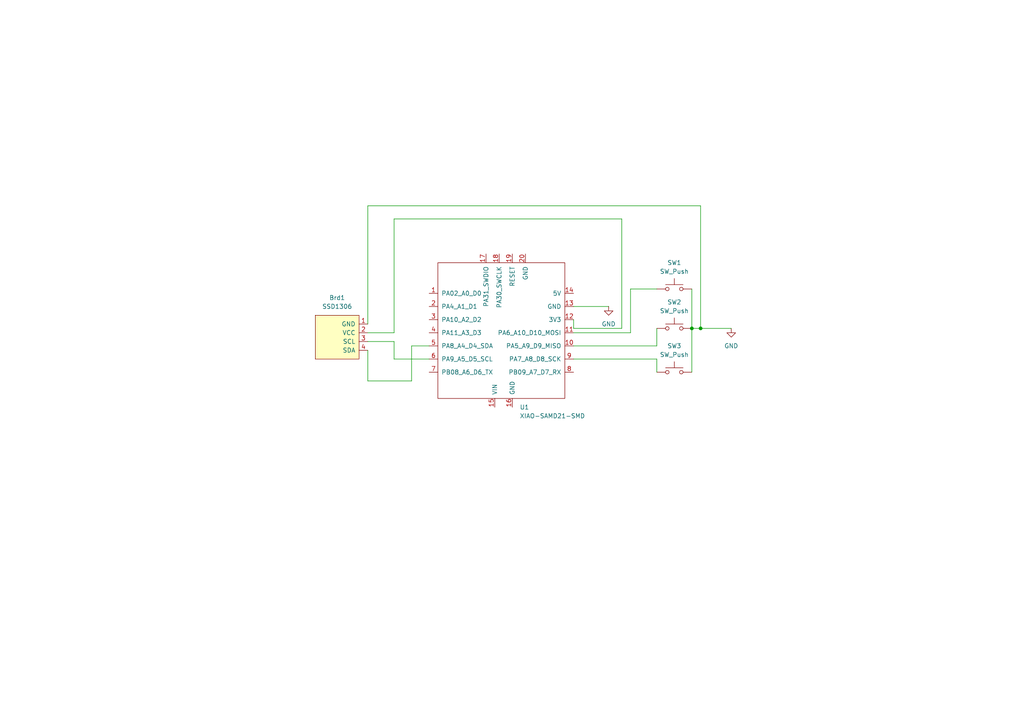
<source format=kicad_sch>
(kicad_sch (version 20250114) (generator "eeschema") (generator_version "9.0")
  (paper "A4")
  (lib_symbols
    (symbol "OPL:XIAO-SAMD21-SMD" (pin_names (offset 1.016))
      (property "Reference" "U" (at -18.542 23.114 0))
      (property "Value" "XIAO-SAMD21-SMD" (at -9.906 21.336 0))
      (symbol "XIAO-SAMD21-SMD_0_1"
        (rectangle (start -19.05 20.32) (end 17.78 -19.05))
      )
      (symbol "XIAO-SAMD21-SMD_1_1"
        (pin passive line (at -21.59 11.43 0) (length 2.54) (name "PA02_A0_D0") (number "1"))
        (pin passive line (at -21.59 7.62 0) (length 2.54) (name "PA4_A1_D1") (number "2"))
        (pin passive line (at -21.59 3.81 0) (length 2.54) (name "PA10_A2_D2") (number "3"))
        (pin passive line (at -21.59 0 0) (length 2.54) (name "PA11_A3_D3") (number "4"))
        (pin passive line (at -21.59 -3.81 0) (length 2.54) (name "PA8_A4_D4_SDA") (number "5"))
        (pin passive line (at -21.59 -7.62 0) (length 2.54) (name "PA9_A5_D5_SCL") (number "6"))
        (pin passive line (at -21.59 -11.43 0) (length 2.54) (name "PB08_A6_D6_TX") (number "7"))
        (pin passive line (at -5.08 22.86 270) (length 2.54) (name "PA31_SWDIO") (number "17"))
        (pin passive line (at -2.54 -21.59 90) (length 2.54) (name "VIN") (number "15"))
        (pin passive line (at -1.27 22.86 270) (length 2.54) (name "PA30_SWCLK") (number "18"))
        (pin passive line (at 2.54 22.86 270) (length 2.54) (name "RESET") (number "19"))
        (pin passive line (at 2.54 -21.59 90) (length 2.54) (name "GND") (number "16"))
        (pin passive line (at 6.35 22.86 270) (length 2.54) (name "GND") (number "20"))
        (pin passive line (at 20.32 11.43 180) (length 2.54) (name "5V") (number "14"))
        (pin passive line (at 20.32 7.62 180) (length 2.54) (name "GND") (number "13"))
        (pin passive line (at 20.32 3.81 180) (length 2.54) (name "3V3") (number "12"))
        (pin passive line (at 20.32 0 180) (length 2.54) (name "PA6_A10_D10_MOSI") (number "11"))
        (pin passive line (at 20.32 -3.81 180) (length 2.54) (name "PA5_A9_D9_MISO") (number "10"))
        (pin passive line (at 20.32 -7.62 180) (length 2.54) (name "PA7_A8_D8_SCK") (number "9"))
        (pin passive line (at 20.32 -11.43 180) (length 2.54) (name "PB09_A7_D7_RX") (number "8"))
      )
    )
    (symbol "SSD1306-128x64_OLED:SSD1306" (pin_names (offset 1.016))
      (property "Reference" "Brd" (at 0 -3.81 0))
      (property "Value" "SSD1306" (at 0 -1.27 0))
      (symbol "SSD1306_0_1"
        (rectangle (start -6.35 6.35) (end 6.35 -6.35) (fill (type background)))
      )
      (symbol "SSD1306_1_1"
        (pin input line (at -3.81 8.89 270) (length 2.54) (name "GND") (number "1"))
        (pin input line (at -1.27 8.89 270) (length 2.54) (name "VCC") (number "2"))
        (pin input line (at 1.27 8.89 270) (length 2.54) (name "SCL") (number "3"))
        (pin input line (at 3.81 8.89 270) (length 2.54) (name "SDA") (number "4"))
      )
    )
    (symbol "Switch:SW_Push" (pin_numbers (hide yes)) (pin_names (offset 1.016) (hide yes))
      (property "Reference" "SW" (at 1.27 2.54 0))
      (property "Value" "SW_Push" (at 0 -1.524 0))
      (symbol "SW_Push_0_1"
        (circle (center -2.032 0) (radius 0.508))
        (polyline (pts (xy 0 1.27) (xy 0 3.048)))
        (circle (center 2.032 0) (radius 0.508))
        (polyline (pts (xy 2.54 1.27) (xy -2.54 1.27)))
        (pin passive line (at -5.08 0 0) (length 2.54) (name "1") (number "1"))
        (pin passive line (at 5.08 0 180) (length 2.54) (name "2") (number "2"))
      )
    )
    (symbol "power:GND" (power) (pin_numbers (hide yes)) (pin_names (offset 0) (hide yes))
      (property "Value" "GND" (at 0 -3.81 0))
      (symbol "GND_0_1"
        (polyline (pts (xy 0 0) (xy 0 -1.27) (xy 1.27 -1.27) (xy 0 -2.54) (xy -1.27 -1.27) (xy 0 -1.27)))
      )
      (symbol "GND_1_1"
        (pin power_in line (at 0 0 270) (length 0) (name "~") (number "1"))
      )
    )
  )
  (junction (at 200.66 95.25))
  (junction (at 203.2 95.25))
  (wire (pts (xy 124.46 104.14) (xy 114.3 104.14)))
  (wire (pts (xy 124.46 100.33) (xy 119.38 100.33)))
  (wire (pts (xy 190.5 100.33) (xy 190.5 95.25)))
  (wire (pts (xy 106.68 59.69) (xy 203.2 59.69)))
  (wire (pts (xy 200.66 95.25) (xy 203.2 95.25)))
  (wire (pts (xy 106.68 110.49) (xy 106.68 101.6)))
  (wire (pts (xy 190.5 104.14) (xy 190.5 107.95)))
  (wire (pts (xy 119.38 100.33) (xy 119.38 110.49)))
  (wire (pts (xy 180.34 63.5) (xy 114.3 63.5)))
  (wire (pts (xy 200.66 95.25) (xy 200.66 107.95)))
  (wire (pts (xy 114.3 104.14) (xy 114.3 99.06)))
  (wire (pts (xy 166.37 96.52) (xy 182.88 96.52)))
  (wire (pts (xy 166.37 100.33) (xy 190.5 100.33)))
  (wire (pts (xy 200.66 83.82) (xy 200.66 95.25)))
  (wire (pts (xy 203.2 95.25) (xy 212.09 95.25)))
  (wire (pts (xy 114.3 63.5) (xy 114.3 96.52)))
  (wire (pts (xy 166.37 95.25) (xy 180.34 95.25)))
  (wire (pts (xy 182.88 96.52) (xy 182.88 83.82)))
  (wire (pts (xy 166.37 88.9) (xy 176.53 88.9)))
  (wire (pts (xy 106.68 99.06) (xy 114.3 99.06)))
  (wire (pts (xy 114.3 96.52) (xy 106.68 96.52)))
  (wire (pts (xy 166.37 104.14) (xy 190.5 104.14)))
  (wire (pts (xy 106.68 93.98) (xy 106.68 59.69)))
  (wire (pts (xy 119.38 110.49) (xy 106.68 110.49)))
  (wire (pts (xy 182.88 83.82) (xy 190.5 83.82)))
  (wire (pts (xy 166.37 92.71) (xy 166.37 95.25)))
  (wire (pts (xy 203.2 59.69) (xy 203.2 95.25)))
  (wire (pts (xy 180.34 95.25) (xy 180.34 63.5)))
  (symbol (lib_id "power:GND") (at 212.09 95.25 0) (unit 1)
    (property "Reference" "#PWR01" (effects (hide yes)))
    (property "Value" "GND" (at 212.09 100.33 0))
    (property "Description" "Power symbol creates a global label with name \"GND\" , ground" (effects (hide yes)))
  )
  (symbol (lib_id "power:GND") (at 176.53 88.9 0) (unit 1)
    (property "Reference" "#PWR02" (effects (hide yes)))
    (property "Value" "GND" (at 176.53 93.98 0))
    (property "Description" "Power symbol creates a global label with name \"GND\" , ground" (effects (hide yes)))
  )
  (symbol (lib_id "Switch:SW_Push") (at 195.58 83.82 0) (unit 1)
    (property "Reference" "SW1" (at 195.58 76.2 0))
    (property "Value" "SW_Push" (at 195.58 78.74 0))
    (property "Footprint" "Button_Switch_Keyboard:SW_Cherry_MX_1.00u_PCB" (effects (hide yes)))
    (property "Description" "Push button switch, generic, two pins" (effects (hide yes)))
  )
  (symbol (lib_id "Switch:SW_Push") (at 195.58 107.95 0) (unit 1)
    (property "Reference" "SW3" (at 195.58 100.33 0))
    (property "Value" "SW_Push" (at 195.58 102.87 0))
    (property "Footprint" "Button_Switch_Keyboard:SW_Cherry_MX_1.00u_PCB" (effects (hide yes)))
    (property "Description" "Push button switch, generic, two pins" (effects (hide yes)))
  )
  (symbol (lib_id "OPL:XIAO-SAMD21-SMD") (at 146.05 96.52 0) (unit 1)
    (property "Reference" "U1" (at 150.7333 118.11 0) (effects (justify left)))
    (property "Value" "XIAO-SAMD21-SMD" (at 150.7333 120.65 0) (effects (justify left)))
    (property "Footprint" "footprints:XIAO-Generic-Hybrid-14P-2.54-21X17.8MM" (effects (hide yes)))
  )
  (symbol (lib_id "Switch:SW_Push") (at 195.58 95.25 0) (unit 1)
    (property "Reference" "SW2" (at 195.58 87.63 0))
    (property "Value" "SW_Push" (at 195.58 90.17 0))
    (property "Footprint" "Button_Switch_Keyboard:SW_Cherry_MX_1.00u_PCB" (effects (hide yes)))
    (property "Description" "Push button switch, generic, two pins" (effects (hide yes)))
  )
  (symbol (lib_id "SSD1306-128x64_OLED:SSD1306") (at 97.79 97.79 270) (unit 1)
    (property "Reference" "Brd1" (at 97.79 86.36 90))
    (property "Value" "SSD1306" (at 97.79 88.9 90))
    (property "Footprint" "SSD1306:128x64OLED" (effects (hide yes)))
    (property "Description" "SSD1306 OLED" (effects (hide yes)))
  )
)
</source>
